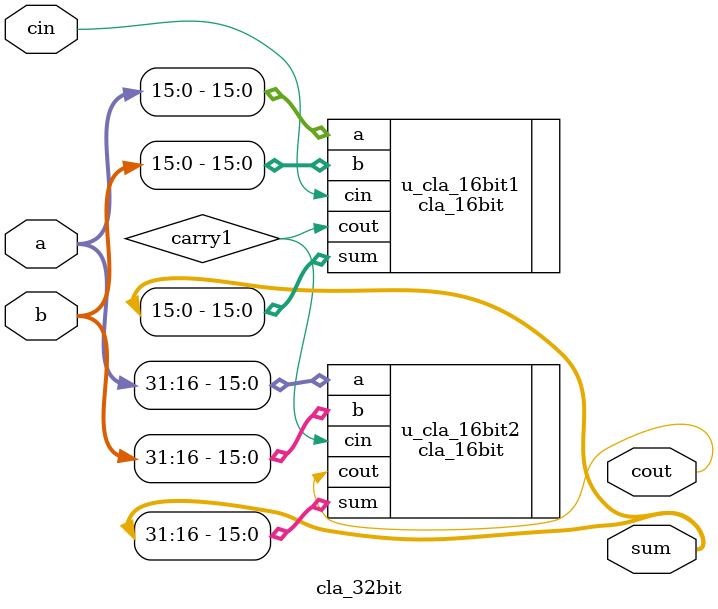
<source format=v>
module cla_32bit(
    a,
    b,
    cin,
    sum,
    cout
);

input [31:0] a;
input [31:0] b;
input cin;

output cout;
output [31:0] sum;

wire carry1;

cla_16bit u_cla_16bit1(
    .a(a[15:0]),
    .b(b[15:0]),
    .cin(cin),
    .sum(sum[15:0]),
    .cout(carry1)
);
cla_16bit u_cla_16bit2(
    .a(a[31:16]),
    .b(b[31:16]),
    .cin(carry1),
    .sum(sum[31:16]),
    .cout(cout)
);

endmodule
</source>
